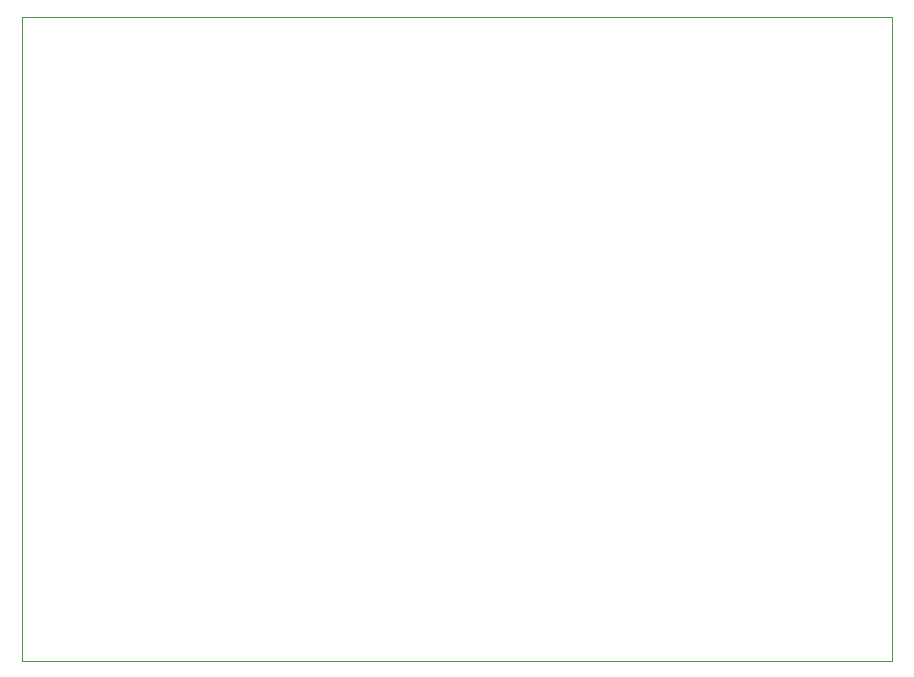
<source format=gbr>
%TF.GenerationSoftware,KiCad,Pcbnew,7.0.11+1*%
%TF.CreationDate,2024-06-05T14:31:59+01:00*%
%TF.ProjectId,nanoshield,6e616e6f-7368-4696-956c-642e6b696361,rev?*%
%TF.SameCoordinates,Original*%
%TF.FileFunction,Profile,NP*%
%FSLAX46Y46*%
G04 Gerber Fmt 4.6, Leading zero omitted, Abs format (unit mm)*
G04 Created by KiCad (PCBNEW 7.0.11+1) date 2024-06-05 14:31:59*
%MOMM*%
%LPD*%
G01*
G04 APERTURE LIST*
%TA.AperFunction,Profile*%
%ADD10C,0.050000*%
%TD*%
G04 APERTURE END LIST*
D10*
X91440000Y-30480000D02*
X165100000Y-30480000D01*
X165100000Y-85000000D01*
X91440000Y-85000000D01*
X91440000Y-30480000D01*
M02*

</source>
